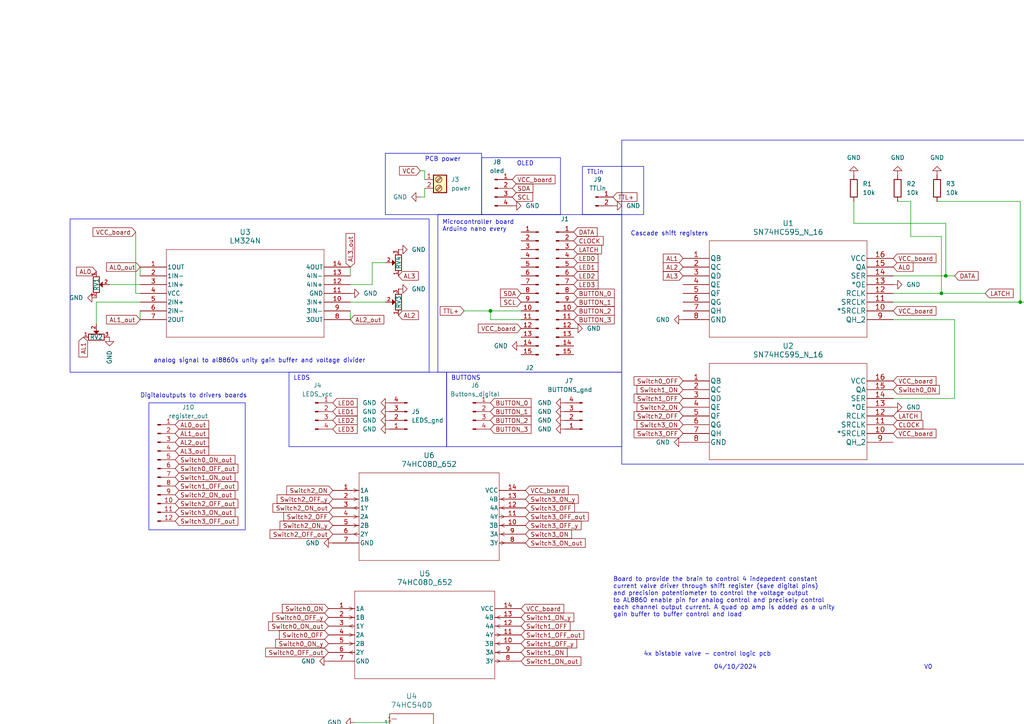
<source format=kicad_sch>
(kicad_sch (version 20230121) (generator eeschema)
  (paper "A4")
  (lib_symbols
    (symbol "74hc08:74HC08D_652" (pin_names (offset 0.254))
      (property "Reference" "U" (at 27.94 10.16 0))
      (property "Value" "74HC08D_652" (at 27.94 7.62 0))
      (symbol "74HC08D_652_0_1"
        (polyline (pts (xy 7.0993 -13.2207) (xy 6.0579 -12.7)) (stroke (width 0.127)))
        (polyline (pts (xy 7.0993 -12.1793) (xy 6.0579 -12.7)) (stroke (width 0.127)))
        (polyline (pts (xy 7.0993 -10.16) (xy 6.0579 -10.6807)) (stroke (width 0.127)))
        (polyline (pts (xy 7.0993 -10.16) (xy 6.0579 -9.6393)) (stroke (width 0.127)))
        (polyline (pts (xy 7.0993 -7.62) (xy 6.0579 -8.1407)) (stroke (width 0.127)))
        (polyline (pts (xy 7.0993 -7.62) (xy 6.0579 -7.0993)) (stroke (width 0.127)))
        (polyline (pts (xy 7.0993 -5.6007) (xy 6.0579 -5.08)) (stroke (width 0.127)))
        (polyline (pts (xy 7.0993 -4.5593) (xy 6.0579 -5.08)) (stroke (width 0.127)))
        (polyline (pts (xy 7.0993 -2.54) (xy 6.0579 -3.0607)) (stroke (width 0.127)))
        (polyline (pts (xy 7.0993 -2.54) (xy 6.0579 -2.0193)) (stroke (width 0.127)))
        (polyline (pts (xy 7.0993 0) (xy 6.0579 -0.5207)) (stroke (width 0.127)))
        (polyline (pts (xy 7.0993 0) (xy 6.0579 0.5207)) (stroke (width 0.127)))
        (polyline (pts (xy 7.62 -20.32) (xy 48.26 -20.32)) (stroke (width 0.127)))
        (polyline (pts (xy 7.62 5.08) (xy 7.62 -20.32)) (stroke (width 0.127)))
        (polyline (pts (xy 48.26 -20.32) (xy 48.26 5.08)) (stroke (width 0.127)))
        (polyline (pts (xy 48.26 5.08) (xy 7.62 5.08)) (stroke (width 0.127)))
        (polyline (pts (xy 48.7807 -15.7607) (xy 49.8221 -15.24)) (stroke (width 0.127)))
        (polyline (pts (xy 48.7807 -14.7193) (xy 49.8221 -15.24)) (stroke (width 0.127)))
        (polyline (pts (xy 48.7807 -12.7) (xy 49.8221 -13.2207)) (stroke (width 0.127)))
        (polyline (pts (xy 48.7807 -12.7) (xy 49.8221 -12.1793)) (stroke (width 0.127)))
        (polyline (pts (xy 48.7807 -10.16) (xy 49.8221 -10.6807)) (stroke (width 0.127)))
        (polyline (pts (xy 48.7807 -10.16) (xy 49.8221 -9.6393)) (stroke (width 0.127)))
        (polyline (pts (xy 48.7807 -8.1407) (xy 49.8221 -7.62)) (stroke (width 0.127)))
        (polyline (pts (xy 48.7807 -7.0993) (xy 49.8221 -7.62)) (stroke (width 0.127)))
        (polyline (pts (xy 48.7807 -5.08) (xy 49.8221 -5.6007)) (stroke (width 0.127)))
        (polyline (pts (xy 48.7807 -5.08) (xy 49.8221 -4.5593)) (stroke (width 0.127)))
        (polyline (pts (xy 48.7807 -2.54) (xy 49.8221 -3.0607)) (stroke (width 0.127)))
        (polyline (pts (xy 48.7807 -2.54) (xy 49.8221 -2.0193)) (stroke (width 0.127)))
        (pin input line (at 0 0 0) (length 7.62) (name "1A") (number "1"))
        (pin input line (at 55.88 -10.16 180) (length 7.62) (name "3B") (number "10"))
        (pin output line (at 55.88 -7.62 180) (length 7.62) (name "4Y") (number "11"))
        (pin input line (at 55.88 -5.08 180) (length 7.62) (name "4A") (number "12"))
        (pin input line (at 55.88 -2.54 180) (length 7.62) (name "4B") (number "13"))
        (pin power_in line (at 55.88 0 180) (length 7.62) (name "VCC") (number "14"))
        (pin input line (at 0 -2.54 0) (length 7.62) (name "1B") (number "2"))
        (pin output line (at 0 -5.08 0) (length 7.62) (name "1Y") (number "3"))
        (pin input line (at 0 -7.62 0) (length 7.62) (name "2A") (number "4"))
        (pin input line (at 0 -10.16 0) (length 7.62) (name "2B") (number "5"))
        (pin output line (at 0 -12.7 0) (length 7.62) (name "2Y") (number "6"))
        (pin power_in line (at 0 -15.24 0) (length 7.62) (name "GND") (number "7"))
        (pin output line (at 55.88 -15.24 180) (length 7.62) (name "3Y") (number "8"))
        (pin input line (at 55.88 -12.7 180) (length 7.62) (name "3A") (number "9"))
      )
    )
    (symbol "74hc540smd:74HC540D" (pin_names (offset 0.254))
      (property "Reference" "U" (at 0 0 0))
      (property "Value" "74HC540D" (at 0 0 0))
      (symbol "74HC540D_0_1"
        (polyline (pts (xy 2.54 -34.798) (xy 2.54 -8.128)) (stroke (width 0.127)))
        (polyline (pts (xy 2.54 -29.21) (xy 15.24 -29.21)))
        (polyline (pts (xy 2.54 -26.67) (xy 15.24 -26.67)))
        (polyline (pts (xy 2.54 -24.13) (xy 15.24 -24.13)))
        (polyline (pts (xy 2.54 -21.59) (xy 15.24 -21.59)))
        (polyline (pts (xy 2.54 -19.05) (xy 15.24 -19.05)))
        (polyline (pts (xy 2.54 -16.51) (xy 15.24 -16.51)))
        (polyline (pts (xy 2.54 -13.97) (xy 15.24 -13.97)))
        (polyline (pts (xy 2.54 -11.43) (xy 15.24 -11.43)))
        (polyline (pts (xy 2.54 -8.128) (xy 15.24 -8.128)) (stroke (width 0.127)))
        (polyline (pts (xy 2.54 -6.858) (xy 5.08 -6.858)))
        (polyline (pts (xy 2.54 0) (xy 2.54 -6.858)))
        (polyline (pts (xy 2.54 0) (xy 15.24 0)))
        (polyline (pts (xy 3.048 -4.064) (xy 4.572 -4.064)) (stroke (width 0.127)))
        (polyline (pts (xy 3.048 -1.524) (xy 4.572 -1.524)) (stroke (width 0.127)))
        (polyline (pts (xy 5.08 -6.858) (xy 5.08 -8.128)))
        (polyline (pts (xy 11.938 -19.304) (xy 13.208 -19.304)) (stroke (width 0.127)))
        (polyline (pts (xy 12.7 -6.858) (xy 12.7 -8.128)))
        (polyline (pts (xy 15.24 -34.798) (xy 2.54 -34.798)) (stroke (width 0.127)))
        (polyline (pts (xy 15.24 -8.128) (xy 15.24 -34.798)) (stroke (width 0.127)))
        (polyline (pts (xy 15.24 -6.858) (xy 12.7 -6.858)))
        (polyline (pts (xy 15.24 0) (xy 15.24 -6.858)))
        (pin unspecified line (at 2.54 -2.54 180) (length 0.0254) (name "1") (number "1"))
        (pin unspecified line (at 16.51 -27.94 180) (length 0.0254) (name "11") (number "11"))
        (pin unspecified line (at 16.51 -25.4 180) (length 0.0254) (name "12") (number "12"))
        (pin unspecified line (at 16.51 -22.86 180) (length 0.0254) (name "13") (number "13"))
        (pin unspecified line (at 16.51 -20.32 180) (length 0.0254) (name "14") (number "14"))
        (pin unspecified line (at 16.51 -17.78 180) (length 0.0254) (name "15") (number "15"))
        (pin unspecified line (at 16.51 -15.24 180) (length 0.0254) (name "16") (number "16"))
        (pin unspecified line (at 16.51 -12.7 180) (length 0.0254) (name "17") (number "17"))
        (pin unspecified line (at 2.54 -5.08 180) (length 0.0254) (name "19") (number "19"))
        (pin unspecified line (at 2.54 -10.16 180) (length 0.0254) (name "2") (number "2"))
        (pin unspecified line (at 2.54 -33.02 180) (length 0.0254) (name "20") (number "20"))
        (pin unspecified line (at 2.54 -12.7 180) (length 0.0254) (name "3") (number "3"))
        (pin unspecified line (at 2.54 -15.24 180) (length 0.0254) (name "4") (number "4"))
        (pin unspecified line (at 2.54 -17.78 180) (length 0.0254) (name "5") (number "5"))
        (pin unspecified line (at 2.54 -20.32 180) (length 0.0254) (name "6") (number "6"))
        (pin unspecified line (at 2.54 -22.86 180) (length 0.0254) (name "7") (number "7"))
        (pin unspecified line (at 2.54 -25.4 180) (length 0.0254) (name "8") (number "8"))
        (pin unspecified line (at 2.54 -27.94 180) (length 0.0254) (name "9") (number "9"))
      )
      (symbol "74HC540D_1_1"
        (pin unspecified line (at 15.24 -33.02 180) (length 0.0254) (name "10") (number "10"))
        (pin unspecified line (at 16.51 -10.16 180) (length 0.0254) (name "18") (number "18"))
      )
    )
    (symbol "Connector:Conn_01x02_Pin" (pin_names (offset 1.016) hide)
      (property "Reference" "J" (at 0 2.54 0))
      (property "Value" "Conn_01x02_Pin" (at 0 -5.08 0))
      (symbol "Conn_01x02_Pin_1_1"
        (polyline (pts (xy 1.27 -2.54) (xy 0.8636 -2.54)) (stroke (width 0.1524)))
        (polyline (pts (xy 1.27 0) (xy 0.8636 0)) (stroke (width 0.1524)))
        (rectangle (start 0.8636 -2.413) (end 0 -2.667) (stroke (width 0.1524)) (fill (type outline)))
        (rectangle (start 0.8636 0.127) (end 0 -0.127) (stroke (width 0.1524)) (fill (type outline)))
        (pin passive line (at 5.08 0 180) (length 3.81) (name "Pin_1") (number "1"))
        (pin passive line (at 5.08 -2.54 180) (length 3.81) (name "Pin_2") (number "2"))
      )
    )
    (symbol "Connector:Conn_01x04_Pin" (pin_names (offset 1.016) hide)
      (property "Reference" "J" (at 0 5.08 0))
      (property "Value" "Conn_01x04_Pin" (at 0 -7.62 0))
      (symbol "Conn_01x04_Pin_1_1"
        (polyline (pts (xy 1.27 -5.08) (xy 0.8636 -5.08)) (stroke (width 0.1524)))
        (polyline (pts (xy 1.27 -2.54) (xy 0.8636 -2.54)) (stroke (width 0.1524)))
        (polyline (pts (xy 1.27 0) (xy 0.8636 0)) (stroke (width 0.1524)))
        (polyline (pts (xy 1.27 2.54) (xy 0.8636 2.54)) (stroke (width 0.1524)))
        (rectangle (start 0.8636 -4.953) (end 0 -5.207) (stroke (width 0.1524)) (fill (type outline)))
        (rectangle (start 0.8636 -2.413) (end 0 -2.667) (stroke (width 0.1524)) (fill (type outline)))
        (rectangle (start 0.8636 0.127) (end 0 -0.127) (stroke (width 0.1524)) (fill (type outline)))
        (rectangle (start 0.8636 2.667) (end 0 2.413) (stroke (width 0.1524)) (fill (type outline)))
        (pin passive line (at 5.08 2.54 180) (length 3.81) (name "Pin_1") (number "1"))
        (pin passive line (at 5.08 0 180) (length 3.81) (name "Pin_2") (number "2"))
        (pin passive line (at 5.08 -2.54 180) (length 3.81) (name "Pin_3") (number "3"))
        (pin passive line (at 5.08 -5.08 180) (length 3.81) (name "Pin_4") (number "4"))
      )
    )
    (symbol "Connector:Conn_01x12_Pin" (pin_names (offset 1.016) hide)
      (property "Reference" "J" (at 0 15.24 0))
      (property "Value" "Conn_01x12_Pin" (at 0 -17.78 0))
      (symbol "Conn_01x12_Pin_1_1"
        (polyline (pts (xy 1.27 -15.24) (xy 0.8636 -15.24)) (stroke (width 0.1524)))
        (polyline (pts (xy 1.27 -12.7) (xy 0.8636 -12.7)) (stroke (width 0.1524)))
        (polyline (pts (xy 1.27 -10.16) (xy 0.8636 -10.16)) (stroke (width 0.1524)))
        (polyline (pts (xy 1.27 -7.62) (xy 0.8636 -7.62)) (stroke (width 0.1524)))
        (polyline (pts (xy 1.27 -5.08) (xy 0.8636 -5.08)) (stroke (width 0.1524)))
        (polyline (pts (xy 1.27 -2.54) (xy 0.8636 -2.54)) (stroke (width 0.1524)))
        (polyline (pts (xy 1.27 0) (xy 0.8636 0)) (stroke (width 0.1524)))
        (polyline (pts (xy 1.27 2.54) (xy 0.8636 2.54)) (stroke (width 0.1524)))
        (polyline (pts (xy 1.27 5.08) (xy 0.8636 5.08)) (stroke (width 0.1524)))
        (polyline (pts (xy 1.27 7.62) (xy 0.8636 7.62)) (stroke (width 0.1524)))
        (polyline (pts (xy 1.27 10.16) (xy 0.8636 10.16)) (stroke (width 0.1524)))
        (polyline (pts (xy 1.27 12.7) (xy 0.8636 12.7)) (stroke (width 0.1524)))
        (rectangle (start 0.8636 -15.113) (end 0 -15.367) (stroke (width 0.1524)) (fill (type outline)))
        (rectangle (start 0.8636 -12.573) (end 0 -12.827) (stroke (width 0.1524)) (fill (type outline)))
        (rectangle (start 0.8636 -10.033) (end 0 -10.287) (stroke (width 0.1524)) (fill (type outline)))
        (rectangle (start 0.8636 -7.493) (end 0 -7.747) (stroke (width 0.1524)) (fill (type outline)))
        (rectangle (start 0.8636 -4.953) (end 0 -5.207) (stroke (width 0.1524)) (fill (type outline)))
        (rectangle (start 0.8636 -2.413) (end 0 -2.667) (stroke (width 0.1524)) (fill (type outline)))
        (rectangle (start 0.8636 0.127) (end 0 -0.127) (stroke (width 0.1524)) (fill (type outline)))
        (rectangle (start 0.8636 2.667) (end 0 2.413) (stroke (width 0.1524)) (fill (type outline)))
        (rectangle (start 0.8636 5.207) (end 0 4.953) (stroke (width 0.1524)) (fill (type outline)))
        (rectangle (start 0.8636 7.747) (end 0 7.493) (stroke (width 0.1524)) (fill (type outline)))
        (rectangle (start 0.8636 10.287) (end 0 10.033) (stroke (width 0.1524)) (fill (type outline)))
        (rectangle (start 0.8636 12.827) (end 0 12.573) (stroke (width 0.1524)) (fill (type outline)))
        (pin passive line (at 5.08 12.7 180) (length 3.81) (name "Pin_1") (number "1"))
        (pin passive line (at 5.08 -10.16 180) (length 3.81) (name "Pin_10") (number "10"))
        (pin passive line (at 5.08 -12.7 180) (length 3.81) (name "Pin_11") (number "11"))
        (pin passive line (at 5.08 -15.24 180) (length 3.81) (name "Pin_12") (number "12"))
        (pin passive line (at 5.08 10.16 180) (length 3.81) (name "Pin_2") (number "2"))
        (pin passive line (at 5.08 7.62 180) (length 3.81) (name "Pin_3") (number "3"))
        (pin passive line (at 5.08 5.08 180) (length 3.81) (name "Pin_4") (number "4"))
        (pin passive line (at 5.08 2.54 180) (length 3.81) (name "Pin_5") (number "5"))
        (pin passive line (at 5.08 0 180) (length 3.81) (name "Pin_6") (number "6"))
        (pin passive line (at 5.08 -2.54 180) (length 3.81) (name "Pin_7") (number "7"))
        (pin passive line (at 5.08 -5.08 180) (length 3.81) (name "Pin_8") (number "8"))
        (pin passive line (at 5.08 -7.62 180) (length 3.81) (name "Pin_9") (number "9"))
      )
    )
    (symbol "Connector:Conn_01x15_Pin" (pin_names (offset 1.016) hide)
      (property "Reference" "J" (at 0 20.32 0))
      (property "Value" "Conn_01x15_Pin" (at 0 -20.32 0))
      (symbol "Conn_01x15_Pin_1_1"
        (polyline (pts (xy 1.27 -17.78) (xy 0.8636 -17.78)) (stroke (width 0.1524)))
        (polyline (pts (xy 1.27 -15.24) (xy 0.8636 -15.24)) (stroke (width 0.1524)))
        (polyline (pts (xy 1.27 -12.7) (xy 0.8636 -12.7)) (stroke (width 0.1524)))
        (polyline (pts (xy 1.27 -10.16) (xy 0.8636 -10.16)) (stroke (width 0.1524)))
        (polyline (pts (xy 1.27 -7.62) (xy 0.8636 -7.62)) (stroke (width 0.1524)))
        (polyline (pts (xy 1.27 -5.08) (xy 0.8636 -5.08)) (stroke (width 0.1524)))
        (polyline (pts (xy 1.27 -2.54) (xy 0.8636 -2.54)) (stroke (width 0.1524)))
        (polyline (pts (xy 1.27 0) (xy 0.8636 0)) (stroke (width 0.1524)))
        (polyline (pts (xy 1.27 2.54) (xy 0.8636 2.54)) (stroke (width 0.1524)))
        (polyline (pts (xy 1.27 5.08) (xy 0.8636 5.08)) (stroke (width 0.1524)))
        (polyline (pts (xy 1.27 7.62) (xy 0.8636 7.62)) (stroke (width 0.1524)))
        (polyline (pts (xy 1.27 10.16) (xy 0.8636 10.16)) (stroke (width 0.1524)))
        (polyline (pts (xy 1.27 12.7) (xy 0.8636 12.7)) (stroke (width 0.1524)))
        (polyline (pts (xy 1.27 15.24) (xy 0.8636 15.24)) (stroke (width 0.1524)))
        (polyline (pts (xy 1.27 17.78) (xy 0.8636 17.78)) (stroke (width 0.1524)))
        (rectangle (start 0.8636 -17.653) (end 0 -17.907) (stroke (width 0.1524)) (fill (type outline)))
        (rectangle (start 0.8636 -15.113) (end 0 -15.367) (stroke (width 0.1524)) (fill (type outline)))
        (rectangle (start 0.8636 -12.573) (end 0 -12.827) (stroke (width 0.1524)) (fill (type outline)))
        (rectangle (start 0.8636 -10.033) (end 0 -10.287) (stroke (width 0.1524)) (fill (type outline)))
        (rectangle (start 0.8636 -7.493) (end 0 -7.747) (stroke (width 0.1524)) (fill (type outline)))
        (rectangle (start 0.8636 -4.953) (end 0 -5.207) (stroke (width 0.1524)) (fill (type outline)))
        (rectangle (start 0.8636 -2.413) (end 0 -2.667) (stroke (width 0.1524)) (fill (type outline)))
        (rectangle (start 0.8636 0.127) (end 0 -0.127) (stroke (width 0.1524)) (fill (type outline)))
        (rectangle (start 0.8636 2.667) (end 0 2.413) (stroke (width 0.1524)) (fill (type outline)))
        (rectangle (start 0.8636 5.207) (end 0 4.953) (stroke (width 0.1524)) (fill (type outline)))
        (rectangle (start 0.8636 7.747) (end 0 7.493) (stroke (width 0.1524)) (fill (type outline)))
        (rectangle (start 0.8636 10.287) (end 0 10.033) (stroke (width 0.1524)) (fill (type outline)))
        (rectangle (start 0.8636 12.827) (end 0 12.573) (stroke (width 0.1524)) (fill (type outline)))
        (rectangle (start 0.8636 15.367) (end 0 15.113) (stroke (width 0.1524)) (fill (type outline)))
        (rectangle (start 0.8636 17.907) (end 0 17.653) (stroke (width 0.1524)) (fill (type outline)))
        (pin passive line (at 5.08 17.78 180) (length 3.81) (name "Pin_1") (number "1"))
        (pin passive line (at 5.08 -5.08 180) (length 3.81) (name "Pin_10") (number "10"))
        (pin passive line (at 5.08 -7.62 180) (length 3.81) (name "Pin_11") (number "11"))
        (pin passive line (at 5.08 -10.16 180) (length 3.81) (name "Pin_12") (number "12"))
        (pin passive line (at 5.08 -12.7 180) (length 3.81) (name "Pin_13") (number "13"))
        (pin passive line (at 5.08 -15.24 180) (length 3.81) (name "Pin_14") (number "14"))
        (pin passive line (at 5.08 -17.78 180) (length 3.81) (name "Pin_15") (number "15"))
        (pin passive line (at 5.08 15.24 180) (length 3.81) (name "Pin_2") (number "2"))
        (pin passive line (at 5.08 12.7 180) (length 3.81) (name "Pin_3") (number "3"))
        (pin passive line (at 5.08 10.16 180) (length 3.81) (name "Pin_4") (number "4"))
        (pin passive line (at 5.08 7.62 180) (length 3.81) (name "Pin_5") (number "5"))
        (pin passive line (at 5.08 5.08 180) (length 3.81) (name "Pin_6") (number "6"))
        (pin passive line (at 5.08 2.54 180) (length 3.81) (name "Pin_7") (number "7"))
        (pin passive line (at 5.08 0 180) (length 3.81) (name "Pin_8") (number "8"))
        (pin passive line (at 5.08 -2.54 180) (length 3.81) (name "Pin_9") (number "9"))
      )
    )
    (symbol "LM324N:LM324N" (pin_names (offset 0.254))
      (property "Reference" "U" (at 30.48 10.16 0))
      (property "Value" "LM324N" (at 30.48 7.62 0))
      (symbol "LM324N_0_1"
        (polyline (pts (xy 7.62 -20.32) (xy 53.34 -20.32)) (stroke (width 0.127)))
        (polyline (pts (xy 7.62 5.08) (xy 7.62 -20.32)) (stroke (width 0.127)))
        (polyline (pts (xy 53.34 -20.32) (xy 53.34 5.08)) (stroke (width 0.127)))
        (polyline (pts (xy 53.34 5.08) (xy 7.62 5.08)) (stroke (width 0.127)))
        (pin output line (at 0 0 0) (length 7.62) (name "1OUT") (number "1"))
        (pin input line (at 60.96 -10.16 180) (length 7.62) (name "3IN+") (number "10"))
        (pin power_in line (at 60.96 -7.62 180) (length 7.62) (name "GND") (number "11"))
        (pin input line (at 60.96 -5.08 180) (length 7.62) (name "4IN+") (number "12"))
        (pin input line (at 60.96 -2.54 180) (length 7.62) (name "4IN-") (number "13"))
        (pin output line (at 60.96 0 180) (length 7.62) (name "4OUT") (number "14"))
        (pin input line (at 0 -2.54 0) (length 7.62) (name "1IN-") (number "2"))
        (pin input line (at 0 -5.08 0) (length 7.62) (name "1IN+") (number "3"))
        (pin power_in line (at 0 -7.62 0) (length 7.62) (name "VCC") (number "4"))
        (pin input line (at 0 -10.16 0) (length 7.62) (name "2IN+") (number "5"))
        (pin input line (at 0 -12.7 0) (length 7.62) (name "2IN-") (number "6"))
        (pin output line (at 0 -15.24 0) (length 7.62) (name "2OUT") (number "7"))
        (pin output line (at 60.96 -15.24 180) (length 7.62) (name "3OUT") (number "8"))
        (pin input line (at 60.96 -12.7 180) (length 7.62) (name "3IN-") (number "9"))
      )
    )
    (symbol "PCM_Resistor_AKL:R_1206" (pin_numbers hide) (pin_names (offset 0))
      (property "Reference" "R" (at 2.54 1.27 0))
      (property "Value" "R_1206" (at 2.54 -1.27 0))
      (symbol "R_1206_0_1"
        (rectangle (start -1.016 -2.54) (end 1.016 2.54) (stroke (width 0.254)))
      )
      (symbol "R_1206_1_1"
        (pin passive line (at 0 3.81 270) (length 1.27) (name "~") (number "1"))
        (pin passive line (at 0 -3.81 90) (length 1.27) (name "~") (number "2"))
      )
    )
    (symbol "PCM_SL_Devices:potentiometer_3362P"
      (property "Reference" "RV" (at 0 -2.286 0))
      (property "Value" "potentiometer_3362P" (at 0 -3.81 0))
      (symbol "potentiometer_3362P_0_1"
        (rectangle (start -2.286 0.889) (end 2.286 -0.889) (stroke (width 0.24)))
        (polyline (pts (xy 0 1.016) (xy 0.762 1.778) (xy -0.762 1.778) (xy 0 1.016)) (fill (type outline)))
      )
      (symbol "potentiometer_3362P_1_1"
        (pin passive line (at -3.81 0 0) (length 1.5) (name "~") (number "1"))
        (pin passive line (at 0 3.81 270) (length 2) (name "~") (number "2"))
        (pin passive line (at 3.81 0 180) (length 1.5) (name "~") (number "3"))
      )
    )
    (symbol "PCM_SL_Screw_Terminal:Screw_Terminal_2_P5.00mm"
      (property "Reference" "J" (at 0 3.81 0))
      (property "Value" "Screw_Terminal_2_P5.00mm" (at 0 -3.81 0))
      (symbol "Screw_Terminal_2_P5.00mm_0_1"
        (rectangle (start -1.27 2.54) (end 2.54 -2.54) (stroke (width 0.3)) (fill (type background)))
        (polyline (pts (xy -0.254 -2.032) (xy 1.016 -0.762)))
        (polyline (pts (xy -0.254 0.508) (xy 1.016 1.778)))
        (polyline (pts (xy 0 -1.27) (xy -0.508 -1.778) (xy 0.762 -0.508)))
        (polyline (pts (xy 0 1.27) (xy -0.508 0.762) (xy 0.762 2.032)))
        (circle (center 0.254 -1.27) (radius 0.9158))
        (circle (center 0.254 1.27) (radius 0.9158))
      )
      (symbol "Screw_Terminal_2_P5.00mm_1_1"
        (pin passive line (at -3.81 1.27 0) (length 2.54) (name "") (number "1"))
        (pin passive line (at -3.81 -1.27 0) (length 2.54) (name "") (number "2"))
      )
    )
    (symbol "SN74HC595N:SN74HC595_N_16" (pin_names (offset 0.254))
      (property "Reference" "U" (at 30.48 10.16 0))
      (property "Value" "SN74HC595_N_16" (at 30.48 7.62 0))
      (symbol "SN74HC595_N_16_1_1"
        (polyline (pts (xy 7.62 -22.86) (xy 53.34 -22.86)) (stroke (width 0.127)))
        (polyline (pts (xy 7.62 5.08) (xy 7.62 -22.86)) (stroke (width 0.127)))
        (polyline (pts (xy 53.34 -22.86) (xy 53.34 5.08)) (stroke (width 0.127)))
        (polyline (pts (xy 53.34 5.08) (xy 7.62 5.08)) (stroke (width 0.127)))
        (pin output line (at 0 0 0) (length 7.62) (name "QB") (number "1"))
        (pin input line (at 60.96 -15.24 180) (length 7.62) (name "*SRCLR") (number "10"))
        (pin input line (at 60.96 -12.7 180) (length 7.62) (name "SRCLK") (number "11"))
        (pin input line (at 60.96 -10.16 180) (length 7.62) (name "RCLK") (number "12"))
        (pin input line (at 60.96 -7.62 180) (length 7.62) (name "*OE") (number "13"))
        (pin input line (at 60.96 -5.08 180) (length 7.62) (name "SER") (number "14"))
        (pin output line (at 60.96 -2.54 180) (length 7.62) (name "QA") (number "15"))
        (pin power_in line (at 60.96 0 180) (length 7.62) (name "VCC") (number "16"))
        (pin output line (at 0 -2.54 0) (length 7.62) (name "QC") (number "2"))
        (pin output line (at 0 -5.08 0) (length 7.62) (name "QD") (number "3"))
        (pin output line (at 0 -7.62 0) (length 7.62) (name "QE") (number "4"))
        (pin output line (at 0 -10.16 0) (length 7.62) (name "QF") (number "5"))
        (pin output line (at 0 -12.7 0) (length 7.62) (name "QG") (number "6"))
        (pin output line (at 0 -15.24 0) (length 7.62) (name "QH") (number "7"))
        (pin power_in line (at 0 -17.78 0) (length 7.62) (name "GND") (number "8"))
        (pin output line (at 60.96 -17.78 180) (length 7.62) (name "QH_2") (number "9"))
      )
    )
    (symbol "power:GND" (power) (pin_names (offset 0))
      (property "Value" "GND" (at 0 -3.81 0))
      (symbol "GND_0_1"
        (polyline (pts (xy 0 0) (xy 0 -1.27) (xy 1.27 -1.27) (xy 0 -2.54) (xy -1.27 -1.27) (xy 0 -1.27)))
      )
      (symbol "GND_1_1"
        (pin power_in line (at 0 0 270) (length 0) hide (name "GND") (number "1"))
      )
    )
  )
  (junction (at 142.24 90.17))
  (junction (at 274.32 80.01))
  (junction (at 127 232.41))
  (junction (at 295.91 87.63))
  (junction (at 273.05 85.09))
  (wire (pts (xy 274.32 64.77) (xy 247.65 64.77)))
  (wire (pts (xy 39.37 85.09) (xy 40.64 85.09)))
  (wire (pts (xy 259.08 92.71) (xy 276.86 92.71)))
  (wire (pts (xy 273.05 68.58) (xy 273.05 85.09)))
  (wire (pts (xy 134.62 90.17) (xy 142.24 90.17)))
  (wire (pts (xy 142.24 90.17) (xy 142.24 92.71)))
  (wire (pts (xy 27.94 93.98) (xy 27.94 87.63)))
  (wire (pts (xy 127 217.17) (xy 142.24 217.17)))
  (wire (pts (xy 40.64 90.17) (xy 40.64 92.71)))
  (wire (pts (xy 137.16 222.25) (xy 127 222.25)))
  (wire (pts (xy 109.22 232.41) (xy 113.03 232.41)))
  (wire (pts (xy 276.86 80.01) (xy 274.32 80.01)))
  (wire (pts (xy 101.6 87.63) (xy 111.76 87.63)))
  (wire (pts (xy 107.95 82.55) (xy 101.6 82.55)))
  (wire (pts (xy 105.41 227.33) (xy 113.03 227.33)))
  (wire (pts (xy 274.32 80.01) (xy 274.32 64.77)))
  (wire (pts (xy 104.14 224.79) (xy 113.03 224.79)))
  (wire (pts (xy 107.95 76.2) (xy 107.95 82.55)))
  (wire (pts (xy 93.98 217.17) (xy 113.03 217.17)))
  (wire (pts (xy 276.86 115.57) (xy 259.08 115.57)))
  (wire (pts (xy 295.91 58.42) (xy 271.78 58.42)))
  (wire (pts (xy 142.24 92.71) (xy 151.13 92.71)))
  (wire (pts (xy 264.16 58.42) (xy 264.16 68.58)))
  (wire (pts (xy 39.37 67.31) (xy 39.37 85.09)))
  (wire (pts (xy 109.22 234.95) (xy 113.03 234.95)))
  (wire (pts (xy 27.94 87.63) (xy 40.64 87.63)))
  (wire (pts (xy 90.1446 222.25) (xy 113.03 222.25)))
  (wire (pts (xy 132.08 227.33) (xy 127 227.33)))
  (wire (pts (xy 102.87 212.09) (xy 113.03 212.09)))
  (wire (pts (xy 135.89 234.95) (xy 127 234.95)))
  (wire (pts (xy 127 232.41) (xy 125.73 232.41)))
  (wire (pts (xy 276.86 92.71) (xy 276.86 115.57)))
  (wire (pts (xy 264.16 68.58) (xy 273.05 68.58)))
  (wire (pts (xy 31.75 82.55) (xy 40.64 82.55)))
  (wire (pts (xy 132.08 219.71) (xy 127 219.71)))
  (wire (pts (xy 146.05 232.41) (xy 127 232.41)))
  (wire (pts (xy 133.35 229.87) (xy 127 229.87)))
  (wire (pts (xy 125.73 240.03) (xy 134.62 240.03)))
  (wire (pts (xy 123.19 54.61) (xy 123.19 57.15)))
  (wire (pts (xy 101.6 90.17) (xy 101.6 92.71)))
  (wire (pts (xy 298.45 87.63) (xy 295.91 87.63)))
  (wire (pts (xy 111.76 76.2) (xy 107.95 76.2)))
  (wire (pts (xy 102.87 209.55) (xy 113.03 209.55)))
  (wire (pts (xy 40.64 77.47) (xy 40.64 80.01)))
  (wire (pts (xy 274.32 80.01) (xy 259.08 80.01)))
  (wire (pts (xy 69.8246 219.71) (xy 113.03 219.71)))
  (wire (pts (xy 142.24 90.17) (xy 151.13 90.17)))
  (wire (pts (xy 247.65 64.77) (xy 247.65 58.42)))
  (wire (pts (xy 130.81 224.79) (xy 127 224.79)))
  (wire (pts (xy 121.92 57.15) (xy 123.19 57.15)))
  (wire (pts (xy 260.35 58.42) (xy 264.16 58.42)))
  (wire (pts (xy 121.92 49.53) (xy 123.19 49.53)))
  (wire (pts (xy 106.68 229.87) (xy 113.03 229.87)))
  (wire (pts (xy 295.91 87.63) (xy 295.91 58.42)))
  (wire (pts (xy 295.91 87.63) (xy 259.08 87.63)))
  (wire (pts (xy 273.05 85.09) (xy 259.08 85.09)))
  (wire (pts (xy 107.95 240.03) (xy 113.03 240.03)))
  (wire (pts (xy 123.19 49.53) (xy 123.19 52.07)))
  (wire (pts (xy 101.6 77.47) (xy 101.6 80.01)))
  (wire (pts (xy 285.75 85.09) (xy 273.05 85.09)))
  (rectangle (start 83.82 107.95) (end 129.54 129.54))
  (rectangle (start 111.76 44.45) (end 139.7 62.23))
  (rectangle (start 139.7 45.72) (end 162.56 62.23))
  (rectangle (start 127 62.23) (end 180.34 107.95))
  (rectangle (start 43.18 116.84) (end 71.12 153.67))
  (rectangle (start 20.32 63.5) (end 124.46 107.95))
  (rectangle (start 168.91 48.26) (end 186.69 62.23))
  (rectangle (start 129.54 107.95) (end 180.34 129.54))
  (rectangle (start 180.34 40.64) (end 308.61 134.62))
  (text "Digitaloutputs to drivers boards" (at 40.64 115.57 0) (effects (font (size 1.27 1.27)) (justify left bottom)))
  (text "V0" (at 267.97 194.31 0) (effects (font (size 1.27 1.27)) (justify left bottom)))
  (text "Cascade shift registers\n" (at 182.88 68.58 0) (effects (font (size 1.27 1.27)) (justify left bottom)))
  (text "04/10/2024" (at 207.01 194.31 0) (effects (font (size 1.27 1.27)) (justify left bottom)))
  (text "Board to provide the brain to control 4 indepedent constant\ncurrent valve driver through shift register (save digital pins)\nand precision potentiometer to control the voltage output\nto AL8860 enable pin for analog control and precisely control\neach channel output current. A quad op amp is added as a unity\ngain buffer to buffer control and load" (at 177.8 179.07 0) (effects (font (size 1.27 1.27)) (justify left bottom)))
  (text "PCB power" (at 123.19 46.99 0) (effects (font (size 1.27 1.27)) (justify left bottom)))
  (text "BUTTONS" (at 130.81 110.49 0) (effects (font (size 1.27 1.27)) (justify left bottom)))
  (text "OLED" (at 149.86 48.26 0) (effects (font (size 1.27 1.27)) (justify left bottom)))
  (text "Microcontroller board\nArduino nano every" (at 128.27 67.31 0) (effects (font (size 1.27 1.27)) (justify left bottom)))
  (text "analog signal to al8860s unity gain buffer and voltage divider\n" (at 44.45 105.41 0) (effects (font (size 1.27 1.27)) (justify left bottom)))
  (text "LEDS" (at 85.09 110.49 0) (effects (font (size 1.27 1.27)) (justify left bottom)))
  (text "TTLin" (at 170.18 50.8 0) (effects (font (size 1.27 1.27)) (justify left bottom)))
  (text "4x bistable valve - control logic pcb" (at 186.69 190.5 0) (effects (font (size 1.27 1.27)) (justify left bottom)))
  (global_label "SCL" (shape input) (at 148.59 57.15 0) (property "Intersheetrefs" "${INTERSHEET_REFS}" (effects hide)))
  (global_label "LATCH" (shape input) (at 166.37 72.39 0) (property "Intersheetrefs" "${INTERSHEET_REFS}" (effects hide)))
  (global_label "Switch1_ON_out" (shape input) (at 151.13 191.77 0) (property "Intersheetrefs" "${INTERSHEET_REFS}" (effects hide)))
  (global_label "LED0" (shape input) (at 96.52 116.84 0) (property "Intersheetrefs" "${INTERSHEET_REFS}" (effects hide)))
  (global_label "Switch1_OFF" (shape input) (at 198.12 115.57 180) (property "Intersheetrefs" "${INTERSHEET_REFS}" (effects hide)))
  (global_label "Switch3_OFF_y" (shape input) (at 135.89 234.95 0) (property "Intersheetrefs" "${INTERSHEET_REFS}" (effects hide)))
  (global_label "Switch1_OFF_out" (shape input) (at 151.13 184.15 0) (property "Intersheetrefs" "${INTERSHEET_REFS}" (effects hide)))
  (global_label "CLOCK" (shape input) (at 166.37 69.85 0) (property "Intersheetrefs" "${INTERSHEET_REFS}" (effects hide)))
  (global_label "SCL" (shape input) (at 151.13 87.63 180) (property "Intersheetrefs" "${INTERSHEET_REFS}" (effects hide)))
  (global_label "AL0" (shape input) (at 27.94 78.74 180) (property "Intersheetrefs" "${INTERSHEET_REFS}" (effects hide)))
  (global_label "Switch2_ON_y" (shape input) (at 96.52 152.4 180) (property "Intersheetrefs" "${INTERSHEET_REFS}" (effects hide)))
  (global_label "Switch0_ON_out" (shape input) (at 95.25 181.61 180) (property "Intersheetrefs" "${INTERSHEET_REFS}" (effects hide)))
  (global_label "AL3" (shape input) (at 115.57 80.01 0) (property "Intersheetrefs" "${INTERSHEET_REFS}" (effects hide)))
  (global_label "Switch0_OFF_out" (shape input) (at 50.8 135.89 0) (property "Intersheetrefs" "${INTERSHEET_REFS}" (effects hide)))
  (global_label "AL1" (shape input) (at 24.13 97.79 270) (property "Intersheetrefs" "${INTERSHEET_REFS}" (effects hide)))
  (global_label "AL3_out" (shape input) (at 50.8 130.81 0) (property "Intersheetrefs" "${INTERSHEET_REFS}" (effects hide)))
  (global_label "VCC_board" (shape input) (at 259.08 110.49 0) (property "Intersheetrefs" "${INTERSHEET_REFS}" (effects hide)))
  (global_label "AL0" (shape input) (at 259.08 77.47 0) (property "Intersheetrefs" "${INTERSHEET_REFS}" (effects hide)))
  (global_label "LATCH" (shape input) (at 285.75 85.09 0) (property "Intersheetrefs" "${INTERSHEET_REFS}" (effects hide)))
  (global_label "AL2" (shape input) (at 115.57 91.44 0) (property "Intersheetrefs" "${INTERSHEET_REFS}" (effects hide)))
  (global_label "Switch1_OFF_y" (shape input) (at 151.13 186.69 0) (property "Intersheetrefs" "${INTERSHEET_REFS}" (effects hide)))
  (global_label "Switch3_OFF" (shape input) (at 109.22 234.95 180) (property "Intersheetrefs" "${INTERSHEET_REFS}" (effects hide)))
  (global_label "Switch0_ON" (shape input) (at 95.25 176.53 180) (property "Intersheetrefs" "${INTERSHEET_REFS}" (effects hide)))
  (global_label "Switch0_ON_y" (shape input) (at 142.24 217.17 0) (property "Intersheetrefs" "${INTERSHEET_REFS}" (effects hide)))
  (global_label "VCC_board" (shape input) (at 151.13 176.53 0) (property "Intersheetrefs" "${INTERSHEET_REFS}" (effects hide)))
  (global_label "Switch3_ON_out" (shape input) (at 152.4 157.48 0) (property "Intersheetrefs" "${INTERSHEET_REFS}" (effects hide)))
  (global_label "Switch0_ON_out" (shape input) (at 50.8 133.35 0) (property "Intersheetrefs" "${INTERSHEET_REFS}" (effects hide)))
  (global_label "Switch1_ON" (shape input) (at 151.13 189.23 0) (property "Intersheetrefs" "${INTERSHEET_REFS}" (effects hide)))
  (global_label "BUTTON_3" (shape input) (at 142.24 124.46 0) (property "Intersheetrefs" "${INTERSHEET_REFS}" (effects hide)))
  (global_label "Switch1_OFF_out" (shape input) (at 50.8 140.97 0) (property "Intersheetrefs" "${INTERSHEET_REFS}" (effects hide)))
  (global_label "Switch3_OFF_y" (shape input) (at 152.4 152.4 0) (property "Intersheetrefs" "${INTERSHEET_REFS}" (effects hide)))
  (global_label "CLOCK" (shape input) (at 298.45 87.63 0) (property "Intersheetrefs" "${INTERSHEET_REFS}" (effects hide)))
  (global_label "Switch1_OFF_y" (shape input) (at 130.81 224.79 0) (property "Intersheetrefs" "${INTERSHEET_REFS}" (effects hide)))
  (global_label "VCC_board" (shape input) (at 152.4 142.24 0) (property "Intersheetrefs" "${INTERSHEET_REFS}" (effects hide)))
  (global_label "AL2" (shape input) (at 198.12 77.47 180) (property "Intersheetrefs" "${INTERSHEET_REFS}" (effects hide)))
  (global_label "VCC" (shape input) (at 121.92 49.53 180) (property "Intersheetrefs" "${INTERSHEET_REFS}" (effects hide)))
  (global_label "Switch0_OFF_y" (shape input) (at 132.08 219.71 0) (property "Intersheetrefs" "${INTERSHEET_REFS}" (effects hide)))
  (global_label "SDA" (shape input) (at 151.13 85.09 180) (property "Intersheetrefs" "${INTERSHEET_REFS}" (effects hide)))
  (global_label "VCC_board" (shape input) (at 259.08 90.17 0) (property "Intersheetrefs" "${INTERSHEET_REFS}" (effects hide)))
  (global_label "Switch3_OFF" (shape input) (at 152.4 147.32 0) (property "Intersheetrefs" "${INTERSHEET_REFS}" (effects hide)))
  (global_label "Switch3_OFF_out" (shape input) (at 50.8 151.13 0) (property "Intersheetrefs" "${INTERSHEET_REFS}" (effects hide)))
  (global_label "BUTTON_1" (shape input) (at 142.24 119.38 0) (property "Intersheetrefs" "${INTERSHEET_REFS}" (effects hide)))
  (global_label "Switch1_ON" (shape input) (at 198.12 113.03 180) (property "Intersheetrefs" "${INTERSHEET_REFS}" (effects hide)))
  (global_label "AL2_out" (shape input) (at 50.8 128.27 0) (property "Intersheetrefs" "${INTERSHEET_REFS}" (effects hide)))
  (global_label "LED1" (shape input) (at 166.37 77.47 0) (property "Intersheetrefs" "${INTERSHEET_REFS}" (effects hide)))
  (global_label "VCC_board" (shape input) (at 107.95 240.03 180) (property "Intersheetrefs" "${INTERSHEET_REFS}" (effects hide)))
  (global_label "Switch2_OFF_y" (shape input) (at 133.35 229.87 0) (property "Intersheetrefs" "${INTERSHEET_REFS}" (effects hide)))
  (global_label "Switch2_OFF_out" (shape input) (at 50.8 146.05 0) (property "Intersheetrefs" "${INTERSHEET_REFS}" (effects hide)))
  (global_label "Switch1_ON_y" (shape input) (at 137.16 222.25 0) (property "Intersheetrefs" "${INTERSHEET_REFS}" (effects hide)))
  (global_label "Switch0_OFF" (shape input) (at 198.12 110.49 180) (property "Intersheetrefs" "${INTERSHEET_REFS}" (effects hide)))
  (global_label "BUTTON_2" (shape input) (at 142.24 121.92 0) (property "Intersheetrefs" "${INTERSHEET_REFS}" (effects hide)))
  (global_label "LATCH" (shape input) (at 259.08 120.65 0) (property "Intersheetrefs" "${INTERSHEET_REFS}" (effects hide)))
  (global_label "Switch2_OFF" (shape input) (at 198.12 120.65 180) (property "Intersheetrefs" "${INTERSHEET_REFS}" (effects hide)))
  (global_label "Switch3_OFF" (shape input) (at 198.12 125.73 180) (property "Intersheetrefs" "${INTERSHEET_REFS}" (effects hide)))
  (global_label "Switch2_ON" (shape input) (at 198.12 118.11 180) (property "Intersheetrefs" "${INTERSHEET_REFS}" (effects hide)))
  (global_label "Switch2_OFF_y" (shape input) (at 96.52 144.78 180) (property "Intersheetrefs" "${INTERSHEET_REFS}" (effects hide)))
  (global_label "TTL+" (shape input) (at 177.8 57.15 0) (property "Intersheetrefs" "${INTERSHEET_REFS}" (effects hide)))
  (global_label "Switch0_OFF_out" (shape input) (at 95.25 189.23 180) (property "Intersheetrefs" "${INTERSHEET_REFS}" (effects hide)))
  (global_label "AL2_out" (shape input) (at 101.6 92.71 0) (property "Intersheetrefs" "${INTERSHEET_REFS}" (effects hide)))
  (global_label "BUTTON_3" (shape input) (at 166.37 92.71 0) (property "Intersheetrefs" "${INTERSHEET_REFS}" (effects hide)))
  (global_label "AL0_out" (shape input) (at 40.64 77.47 180) (property "Intersheetrefs" "${INTERSHEET_REFS}" (effects hide)))
  (global_label "Switch2_ON_out" (shape input) (at 96.52 147.32 180) (property "Intersheetrefs" "${INTERSHEET_REFS}" (effects hide)))
  (global_label "SDA" (shape input) (at 148.59 54.61 0) (property "Intersheetrefs" "${INTERSHEET_REFS}" (effects hide)))
  (global_label "Switch1_ON" (shape input) (at 90.1446 222.25 180) (property "Intersheetrefs" "${INTERSHEET_REFS}" (effects hide)))
  (global_label "Switch2_OFF" (shape input) (at 106.68 229.87 180) (property "Intersheetrefs" "${INTERSHEET_REFS}" (effects hide)))
  (global_label "BUTTON_1" (shape input) (at 166.37 87.63 0) (property "Intersheetrefs" "${INTERSHEET_REFS}" (effects hide)))
  (global_label "VCC_board" (shape input) (at 259.08 125.73 0) (property "Intersheetrefs" "${INTERSHEET_REFS}" (effects hide)))
  (global_label "Switch0_ON_y" (shape input) (at 95.25 186.69 180) (property "Intersheetrefs" "${INTERSHEET_REFS}" (effects hide)))
  (global_label "VCC_board" (shape input) (at 151.13 95.25 180) (property "Intersheetrefs" "${INTERSHEET_REFS}" (effects hide)))
  (global_label "Switch1_OFF" (shape input) (at 151.13 181.61 0) (property "Intersheetrefs" "${INTERSHEET_REFS}" (effects hide)))
  (global_label "LED0" (shape input) (at 166.37 74.93 0) (property "Intersheetrefs" "${INTERSHEET_REFS}" (effects hide)))
  (global_label "TTL+" (shape input) (at 134.62 90.17 180) (property "Intersheetrefs" "${INTERSHEET_REFS}" (effects hide)))
  (global_label "BUTTON_2" (shape input) (at 166.37 90.17 0) (property "Intersheetrefs" "${INTERSHEET_REFS}" (effects hide)))
  (global_label "DATA" (shape input) (at 166.37 67.31 0) (property "Intersheetrefs" "${INTERSHEET_REFS}" (effects hide)))
  (global_label "LED3" (shape input) (at 166.37 82.55 0) (property "Intersheetrefs" "${INTERSHEET_REFS}" (effects hide)))
  (global_label "Switch3_ON_out" (shape input) (at 50.8 148.59 0) (property "Intersheetrefs" "${INTERSHEET_REFS}" (effects hide)))
  (global_label "VCC_board" (shape input) (at 148.59 52.07 0) (property "Intersheetrefs" "${INTERSHEET_REFS}" (effects hide)))
  (global_label "Switch3_ON" (shape input) (at 152.4 154.94 0) (property "Intersheetrefs" "${INTERSHEET_REFS}" (effects hide)))
  (global_label "Switch3_OFF_out" (shape input) (at 152.4 149.86 0) (property "Intersheetrefs" "${INTERSHEET_REFS}" (effects hide)))
  (global_label "DATA" (shape input) (at 276.86 80.01 0) (property "Intersheetrefs" "${INTERSHEET_REFS}" (effects hide)))
  (global_label "Switch3_ON" (shape input) (at 198.12 123.19 180) (property "Intersheetrefs" "${INTERSHEET_REFS}" (effects hide)))
  (global_label "Switch2_ON" (shape input) (at 96.52 142.24 180) (property "Intersheetrefs" "${INTERSHEET_REFS}" (effects hide)))
  (global_label "AL3_out" (shape input) (at 101.6 77.47 90) (property "Intersheetrefs" "${INTERSHEET_REFS}" (effects hide)))
  (global_label "Switch3_ON_y" (shape input) (at 152.4 144.78 0) (property "Intersheetrefs" "${INTERSHEET_REFS}" (effects hide)))
  (global_label "AL3" (shape input) (at 198.12 80.01 180) (property "Intersheetrefs" "${INTERSHEET_REFS}" (effects hide)))
  (global_label "Switch2_OFF_out" (shape input) (at 96.52 154.94 180) (property "Intersheetrefs" "${INTERSHEET_REFS}" (effects hide)))
  (global_label "LED1" (shape input) (at 96.52 119.38 0) (property "Intersheetrefs" "${INTERSHEET_REFS}" (effects hide)))
  (global_label "Switch3_ON_y" (shape input) (at 127 232.41 0) (property "Intersheetrefs" "${INTERSHEET_REFS}" (effects hide)))
  (global_label "Switch2_ON" (shape input) (at 105.41 227.33 180) (property "Intersheetrefs" "${INTERSHEET_REFS}" (effects hide)))
  (global_label "LED3" (shape input) (at 96.52 124.46 0) (property "Intersheetrefs" "${INTERSHEET_REFS}" (effects hide)))
  (global_label "AL0_out" (shape input) (at 50.8 123.19 0) (property "Intersheetrefs" "${INTERSHEET_REFS}" (effects hide)))
  (global_label "Switch3_ON" (shape input) (at 109.22 232.41 180) (property "Intersheetrefs" "${INTERSHEET_REFS}" (effects hide)))
  (global_label "Switch0_ON" (shape input) (at 259.08 113.03 0) (property "Intersheetrefs" "${INTERSHEET_REFS}" (effects hide)))
  (global_label "LED2" (shape input) (at 166.37 80.01 0) (property "Intersheetrefs" "${INTERSHEET_REFS}" (effects hide)))
  (global_label "LED2" (shape input) (at 96.52 121.92 0) (property "Intersheetrefs" "${INTERSHEET_REFS}" (effects hide)))
  (global_label "AL1_out" (shape input) (at 40.64 92.71 180) (property "Intersheetrefs" "${INTERSHEET_REFS}" (effects hide)))
  (global_label "Switch2_ON_out" (shape input) (at 50.8 143.51 0) (property "Intersheetrefs" "${INTERSHEET_REFS}" (effects hide)))
  (global_label "CLOCK" (shape input) (at 259.08 123.19 0) (property "Intersheetrefs" "${INTERSHEET_REFS}" (effects hide)))
  (global_label "Switch2_ON_y" (shape input) (at 132.08 227.33 0) (property "Intersheetrefs" "${INTERSHEET_REFS}" (effects hide)))
  (global_label "Switch1_ON_out" (shape input) (at 50.8 138.43 0) (property "Intersheetrefs" "${INTERSHEET_REFS}" (effects hide)))
  (global_label "AL1_out" (shape input) (at 50.8 125.73 0) (property "Intersheetrefs" "${INTERSHEET_REFS}" (effects hide)))
  (global_label "BUTTON_0" (shape input) (at 166.37 85.09 0) (property "Intersheetrefs" "${INTERSHEET_REFS}" (effects hide)))
  (global_label "Switch1_ON_y" (shape input) (at 151.13 179.07 0) (property "Intersheetrefs" "${INTERSHEET_REFS}" (effects hide)))
  (global_label "VCC_board" (shape input) (at 39.37 67.31 180) (property "Intersheetrefs" "${INTERSHEET_REFS}" (effects hide)))
  (global_label "Switch0_OFF" (shape input) (at 95.25 184.15 180) (property "Intersheetrefs" "${INTERSHEET_REFS}" (effects hide)))
  (global_label "Switch1_OFF" (shape input) (at 104.14 224.79 180) (property "Intersheetrefs" "${INTERSHEET_REFS}" (effects hide)))
  (global_label "Switch0_ON" (shape input) (at 93.98 217.17 180) (property "Intersheetrefs" "${INTERSHEET_REFS}" (effects hide)))
  (global_label "Switch0_OFF_y" (shape input) (at 95.25 179.07 180) (property "Intersheetrefs" "${INTERSHEET_REFS}" (effects hide)))
  (global_label "AL1" (shape input) (at 198.12 74.93 180) (property "Intersheetrefs" "${INTERSHEET_REFS}" (effects hide)))
  (global_label "VCC_board" (shape input) (at 259.08 74.93 0) (property "Intersheetrefs" "${INTERSHEET_REFS}" (effects hide)))
  (global_label "Switch2_OFF" (shape input) (at 96.52 149.86 180) (property "Intersheetrefs" "${INTERSHEET_REFS}" (effects hide)))
  (global_label "Switch0_OFF" (shape input) (at 69.8246 219.71 180) (property "Intersheetrefs" "${INTERSHEET_REFS}" (effects hide)))
  (global_label "BUTTON_0" (shape input) (at 142.24 116.84 0) (property "Intersheetrefs" "${INTERSHEET_REFS}" (effects hide)))
  (symbol (lib_id "power:GND") (at 166.37 95.25 90) (unit 1)
    (property "Reference" "#PWR02" (effects hide))
    (property "Value" "GND" (at 170.18 95.25 90) (effects (justify right)))
  )
  (symbol (lib_id "power:GND") (at 271.78 50.8 180) (unit 1)
    (property "Reference" "#PWR025" (effects hide))
    (property "Value" "GND" (at 271.78 45.72 0))
  )
  (symbol (lib_id "power:GND") (at 102.87 209.55 270) (unit 1)
    (property "Reference" "#PWR026" (effects hide))
    (property "Value" "GND" (at 99.06 209.55 90) (effects (justify right)))
  )
  (symbol (lib_id "power:GND") (at 113.03 121.92 270) (unit 1)
    (property "Reference" "#PWR06" (effects hide))
    (property "Value" "GND" (at 109.22 121.92 90) (effects (justify right)))
  )
  (symbol (lib_id "SN74HC595N:SN74HC595_N_16") (at 198.12 110.49 0) (unit 1)
    (property "Reference" "U2" (at 228.6 100.33 0) (effects (font (size 1.524 1.524))))
    (property "Value" "SN74HC595_N_16" (at 228.6 102.87 0) (effects (font (size 1.524 1.524))))
    (property "Footprint" "74hc595smd:D16-M" (effects hide))
  )
  (symbol (lib_id "power:GND") (at 113.03 124.46 270) (unit 1)
    (property "Reference" "#PWR07" (effects hide))
    (property "Value" "GND" (at 109.22 124.46 90) (effects (justify right)))
  )
  (symbol (lib_id "PCM_SL_Devices:potentiometer_3362P") (at 27.94 82.55 270) (unit 1)
    (property "Reference" "RV1" (at 27.94 82.55 0))
    (property "Value" "potentiometer_3362P" (effects hide))
    (property "Footprint" "Potentiometer_THT:Potentiometer_Vishay_T73XW_Horizontal" (effects hide))
    (property "Datasheet" "https://www.bourns.com/data/global/pdfs/3362.pdf" (effects hide))
  )
  (symbol (lib_id "power:GND") (at 115.57 72.39 90) (unit 1)
    (property "Reference" "#PWR021" (effects hide))
    (property "Value" "GND" (at 119.38 72.39 90) (effects (justify right)))
  )
  (symbol (lib_id "PCM_SL_Devices:potentiometer_3362P") (at 115.57 76.2 90) (unit 1)
    (property "Reference" "RV4" (at 115.57 76.2 0))
    (property "Value" "potentiometer_3362P" (effects hide))
    (property "Footprint" "Potentiometer_THT:Potentiometer_Vishay_T73XW_Horizontal" (effects hide))
    (property "Datasheet" "https://www.bourns.com/data/global/pdfs/3362.pdf" (effects hide))
  )
  (symbol (lib_id "power:GND") (at 163.83 119.38 270) (unit 1)
    (property "Reference" "#PWR09" (effects hide))
    (property "Value" "GND" (at 160.02 119.38 90) (effects (justify right)))
  )
  (symbol (lib_id "power:GND") (at 259.08 82.55 90) (unit 1)
    (property "Reference" "#PWR016" (effects hide))
    (property "Value" "GND" (at 262.89 82.55 90) (effects (justify right)))
  )
  (symbol (lib_id "Connector:Conn_01x02_Pin") (at 172.72 57.15 0) (unit 1)
    (property "Reference" "J9" (at 173.355 52.07 0))
    (property "Value" "TTLin" (at 173.355 54.61 0))
    (property "Footprint" "Connector_PinSocket_2.54mm:PinSocket_1x02_P2.54mm_Vertical" (effects hide))
  )
  (symbol (lib_id "Connector:Conn_01x04_Pin") (at 143.51 54.61 0) (unit 1)
    (property "Reference" "J8" (at 144.145 46.99 0))
    (property "Value" "oled" (at 144.145 49.53 0))
    (property "Footprint" "Connector_PinSocket_2.54mm:PinSocket_1x04_P2.54mm_Vertical" (effects hide))
  )
  (symbol (lib_id "power:GND") (at 102.87 212.09 270) (unit 1)
    (property "Reference" "#PWR027" (effects hide))
    (property "Value" "GND" (at 99.06 212.09 90) (effects (justify right)))
  )
  (symbol (lib_id "power:GND") (at 163.83 124.46 270) (unit 1)
    (property "Reference" "#PWR011" (effects hide))
    (property "Value" "GND" (at 160.02 124.46 90) (effects (justify right)))
  )
  (symbol (lib_id "LM324N:LM324N") (at 40.64 77.47 0) (unit 1)
    (property "Reference" "U3" (at 71.12 67.31 0) (effects (font (size 1.524 1.524))))
    (property "Value" "LM324N" (at 71.12 69.85 0) (effects (font (size 1.524 1.524))))
    (property "Footprint" "LM324N:D14-M" (effects hide))
    (property "Datasheet" "LM324N" (effects hide))
  )
  (symbol (lib_id "power:GND") (at 247.65 50.8 180) (unit 1)
    (property "Reference" "#PWR023" (effects hide))
    (property "Value" "GND" (at 247.65 45.72 0))
  )
  (symbol (lib_id "SN74HC595N:SN74HC595_N_16") (at 198.12 74.93 0) (unit 1)
    (property "Reference" "U1" (at 228.6 64.77 0) (effects (font (size 1.524 1.524))))
    (property "Value" "SN74HC595_N_16" (at 228.6 67.31 0) (effects (font (size 1.524 1.524))))
    (property "Footprint" "74hc595smd:D16-M" (effects hide))
  )
  (symbol (lib_id "PCM_Resistor_AKL:R_1206") (at 271.78 54.61 0) (unit 1)
    (property "Reference" "R3" (at 274.32 53.34 0) (effects (justify left)))
    (property "Value" "10k" (at 274.32 55.88 0) (effects (justify left)))
    (property "Footprint" "Resistor_SMD:R_1206_3216Metric_Pad1.30x1.75mm_HandSolder" (effects hide))
  )
  (symbol (lib_id "Connector:Conn_01x15_Pin") (at 161.29 85.09 0) (unit 1)
    (property "Reference" "J1" (at 163.83 63.5 0))
    (property "Value" "Conn_01x15_Pin" (effects hide))
    (property "Footprint" "Connector_PinHeader_2.54mm:PinHeader_1x15_P2.54mm_Vertical" (effects hide))
  )
  (symbol (lib_id "Connector:Conn_01x04_Pin") (at 91.44 119.38 0) (unit 1)
    (property "Reference" "J4" (at 92.075 111.76 0))
    (property "Value" "LEDS_vcc" (at 92.075 114.3 0))
    (property "Footprint" "Connector_PinSocket_2.54mm:PinSocket_1x04_P2.54mm_Vertical" (effects hide))
  )
  (symbol (lib_id "74hc540smd:74HC540D") (at 110.49 207.01 0) (unit 1)
    (property "Reference" "U4" (at 119.38 201.93 0) (effects (font (size 1.524 1.524))))
    (property "Value" "74HC540D" (at 119.38 204.47 0) (effects (font (size 1.524 1.524))))
    (property "Footprint" "SOIC20" (effects hide))
    (property "Datasheet" "74HC540D" (effects hide))
  )
  (symbol (lib_id "Connector:Conn_01x04_Pin") (at 168.91 121.92 180) (unit 1)
    (property "Reference" "J7" (at 163.83 110.49 0) (effects (justify right)))
    (property "Value" "BUTTONS_gnd" (at 158.75 113.03 0) (effects (justify right)))
    (property "Footprint" "Connector_PinSocket_2.54mm:PinSocket_1x04_P2.54mm_Vertical" (effects hide))
  )
  (symbol (lib_id "power:GND") (at 148.59 59.69 90) (unit 1)
    (property "Reference" "#PWR012" (effects hide))
    (property "Value" "GND" (at 152.4 59.69 90) (effects (justify right)))
  )
  (symbol (lib_id "power:GND") (at 121.92 57.15 270) (unit 1)
    (property "Reference" "#PWR01" (effects hide))
    (property "Value" "GND" (at 118.11 57.15 90) (effects (justify right)))
  )
  (symbol (lib_id "power:GND") (at 113.03 119.38 270) (unit 1)
    (property "Reference" "#PWR05" (effects hide))
    (property "Value" "GND" (at 109.22 119.38 90) (effects (justify right)))
  )
  (symbol (lib_id "PCM_Resistor_AKL:R_1206") (at 247.65 54.61 0) (unit 1)
    (property "Reference" "R1" (at 250.19 53.34 0) (effects (justify left)))
    (property "Value" "10k" (at 250.19 55.88 0) (effects (justify left)))
    (property "Footprint" "Resistor_SMD:R_1206_3216Metric_Pad1.30x1.75mm_HandSolder" (effects hide))
  )
  (symbol (lib_id "PCM_SL_Devices:potentiometer_3362P") (at 115.57 87.63 90) (unit 1)
    (property "Reference" "RV3" (at 115.57 87.63 0))
    (property "Value" "potentiometer_3362P" (effects hide))
    (property "Footprint" "Potentiometer_THT:Potentiometer_Vishay_T73XW_Horizontal" (effects hide))
    (property "Datasheet" "https://www.bourns.com/data/global/pdfs/3362.pdf" (effects hide))
  )
  (symbol (lib_id "Connector:Conn_01x15_Pin") (at 156.21 85.09 0) (mirror y) (unit 1)
    (property "Reference" "J2" (at 152.4 106.68 0) (effects (justify right)))
    (property "Value" "Conn_01x15_Pin" (effects hide))
    (property "Footprint" "Connector_PinHeader_2.54mm:PinHeader_1x15_P2.54mm_Vertical" (effects hide))
  )
  (symbol (lib_id "PCM_SL_Screw_Terminal:Screw_Terminal_2_P5.00mm") (at 127 53.34 0) (unit 1)
    (property "Reference" "J3" (at 130.81 52.07 0) (effects (justify left)))
    (property "Value" "power" (at 130.81 54.61 0) (effects (justify left)))
    (property "Footprint" "TerminalBlock_Phoenix:TerminalBlock_Phoenix_PT-1,5-2-5.0-H_1x02_P5.00mm_Horizontal" (effects hide))
  )
  (symbol (lib_id "Connector:Conn_01x04_Pin") (at 137.16 119.38 0) (unit 1)
    (property "Reference" "J6" (at 137.795 111.76 0))
    (property "Value" "Buttons_digital" (at 137.795 114.3 0))
    (property "Footprint" "Connector_PinSocket_2.54mm:PinSocket_1x04_P2.54mm_Vertical" (effects hide))
  )
  (symbol (lib_id "power:GND") (at 27.94 86.36 270) (unit 1)
    (property "Reference" "#PWR018" (effects hide))
    (property "Value" "GND" (at 24.13 86.36 90) (effects (justify right)))
  )
  (symbol (lib_id "power:GND") (at 115.57 83.82 90) (unit 1)
    (property "Reference" "#PWR020" (effects hide))
    (property "Value" "GND" (at 119.38 83.82 90) (effects (justify right)))
  )
  (symbol (lib_id "power:GND") (at 96.52 157.48 270) (unit 1)
    (property "Reference" "#PWR030" (effects hide))
    (property "Value" "GND" (at 92.71 157.48 90) (effects (justify right)))
  )
  (symbol (lib_id "PCM_SL_Devices:potentiometer_3362P") (at 27.94 97.79 0) (unit 1)
    (property "Reference" "RV2" (at 27.94 97.79 0))
    (property "Value" "potentiometer_3362P" (effects hide))
    (property "Footprint" "Potentiometer_THT:Potentiometer_Vishay_T73XW_Horizontal" (effects hide))
    (property "Datasheet" "https://www.bourns.com/data/global/pdfs/3362.pdf" (effects hide))
  )
  (symbol (lib_id "power:GND") (at 113.03 116.84 270) (unit 1)
    (property "Reference" "#PWR04" (effects hide))
    (property "Value" "GND" (at 109.22 116.84 90) (effects (justify right)))
  )
  (symbol (lib_id "power:GND") (at 260.35 50.8 180) (unit 1)
    (property "Reference" "#PWR024" (effects hide))
    (property "Value" "GND" (at 260.35 45.72 0))
  )
  (symbol (lib_id "power:GND") (at 134.62 240.03 90) (unit 1)
    (property "Reference" "#PWR028" (effects hide))
    (property "Value" "GND" (at 140.97 240.03 90) (effects (justify right)))
  )
  (symbol (lib_id "power:GND") (at 151.13 100.33 270) (unit 1)
    (property "Reference" "#PWR03" (effects hide))
    (property "Value" "GND" (at 147.32 100.33 90) (effects (justify right)))
  )
  (symbol (lib_id "power:GND") (at 101.6 85.09 90) (unit 1)
    (property "Reference" "#PWR022" (effects hide))
    (property "Value" "GND" (at 105.41 85.09 90) (effects (justify right)))
  )
  (symbol (lib_id "power:GND") (at 95.25 191.77 270) (unit 1)
    (property "Reference" "#PWR029" (effects hide))
    (property "Value" "GND" (at 91.44 191.77 90) (effects (justify right)))
  )
  (symbol (lib_id "74hc08:74HC08D_652") (at 96.52 142.24 0) (unit 1)
    (property "Reference" "U6" (at 124.46 132.08 0) (effects (font (size 1.524 1.524))))
    (property "Value" "74HC08D_652" (at 124.46 134.62 0) (effects (font (size 1.524 1.524))))
    (property "Footprint" "74hc08:SOT108-1_NEX-M" (effects hide))
    (property "Datasheet" "74HC08D_652" (effects hide))
  )
  (symbol (lib_id "power:GND") (at 31.75 97.79 0) (unit 1)
    (property "Reference" "#PWR019" (effects hide))
    (property "Value" "GND" (at 31.75 101.6 90) (effects (justify right)))
  )
  (symbol (lib_id "power:GND") (at 163.83 121.92 270) (unit 1)
    (property "Reference" "#PWR010" (effects hide))
    (property "Value" "GND" (at 160.02 121.92 90) (effects (justify right)))
  )
  (symbol (lib_id "power:GND") (at 259.08 118.11 90) (unit 1)
    (property "Reference" "#PWR017" (effects hide))
    (property "Value" "GND" (at 262.89 118.11 90) (effects (justify right)))
  )
  (symbol (lib_id "power:GND") (at 177.8 59.69 90) (unit 1)
    (property "Reference" "#PWR013" (effects hide))
    (property "Value" "GND" (at 181.61 59.69 90) (effects (justify right)))
  )
  (symbol (lib_id "PCM_Resistor_AKL:R_1206") (at 260.35 54.61 0) (unit 1)
    (property "Reference" "R2" (at 262.89 53.34 0) (effects (justify left)))
    (property "Value" "10k" (at 262.89 55.88 0) (effects (justify left)))
    (property "Footprint" "Resistor_SMD:R_1206_3216Metric_Pad1.30x1.75mm_HandSolder" (effects hide))
  )
  (symbol (lib_id "Connector:Conn_01x04_Pin") (at 118.11 121.92 180) (unit 1)
    (property "Reference" "J5" (at 119.38 119.38 0) (effects (justify right)))
    (property "Value" "LEDS_gnd" (at 119.38 121.92 0) (effects (justify right)))
    (property "Footprint" "Connector_PinSocket_2.54mm:PinSocket_1x04_P2.54mm_Vertical" (effects hide))
  )
  (symbol (lib_id "power:GND") (at 198.12 128.27 270) (unit 1)
    (property "Reference" "#PWR014" (effects hide))
    (property "Value" "GND" (at 194.31 128.27 90) (effects (justify right)))
  )
  (symbol (lib_id "74hc08:74HC08D_652") (at 95.25 176.53 0) (unit 1)
    (property "Reference" "U5" (at 123.19 166.37 0) (effects (font (size 1.524 1.524))))
    (property "Value" "74HC08D_652" (at 123.19 168.91 0) (effects (font (size 1.524 1.524))))
    (property "Footprint" "74hc08:SOT108-1_NEX-M" (effects hide))
    (property "Datasheet" "74HC08D_652" (effects hide))
  )
  (symbol (lib_id "power:GND") (at 198.12 92.71 270) (unit 1)
    (property "Reference" "#PWR015" (effects hide))
    (property "Value" "GND" (at 194.31 92.71 90) (effects (justify right)))
  )
  (symbol (lib_id "power:GND") (at 163.83 116.84 270) (unit 1)
    (property "Reference" "#PWR08" (effects hide))
    (property "Value" "GND" (at 160.02 116.84 90) (effects (justify right)))
  )
  (symbol (lib_id "Connector:Conn_01x12_Pin") (at 45.72 135.89 0) (unit 1)
    (property "Reference" "J10" (at 54.61 118.11 0))
    (property "Value" "register_out" (at 54.61 120.65 0))
    (property "Footprint" "Connector_PinSocket_2.54mm:PinSocket_1x12_P2.54mm_Vertical" (effects hide))
  )
)
</source>
